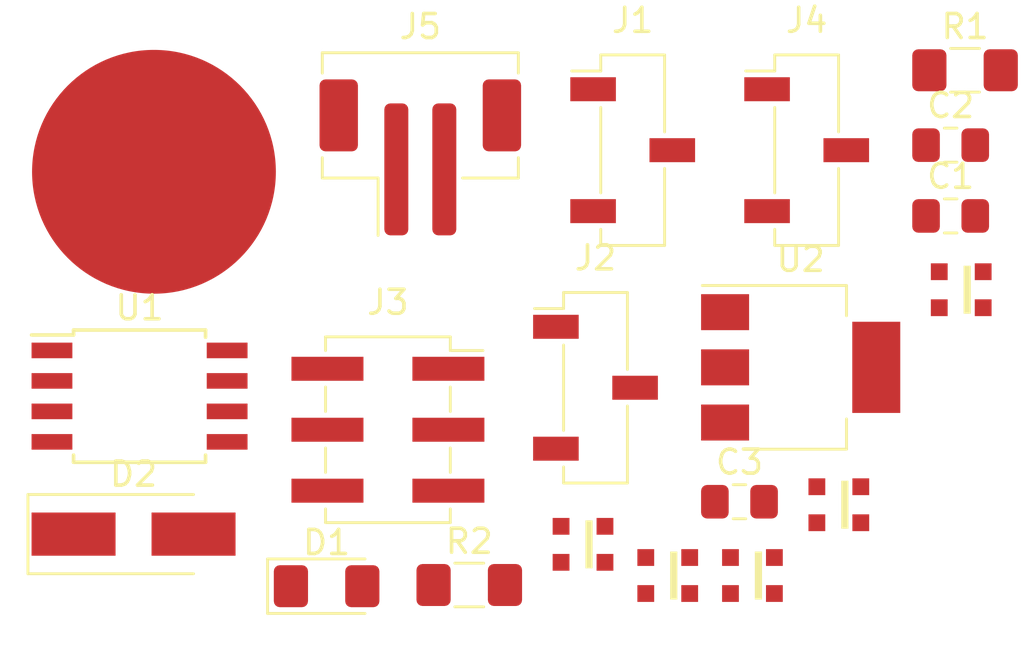
<source format=kicad_pcb>
(kicad_pcb (version 20171130) (host pcbnew 5.1.2-f72e74a~84~ubuntu18.04.1)

  (general
    (thickness 1.6)
    (drawings 0)
    (tracks 0)
    (zones 0)
    (modules 20)
    (nets 18)
  )

  (page A4)
  (layers
    (0 Top signal)
    (31 Bottom signal)
    (34 B.Paste user)
    (35 F.Paste user)
    (36 B.SilkS user)
    (37 F.SilkS user)
    (38 B.Mask user)
    (39 F.Mask user)
    (40 Dwgs.User user)
    (41 Cmts.User user)
    (42 Eco1.User user)
    (43 Eco2.User user)
    (44 Edge.Cuts user)
    (45 Margin user)
    (46 B.CrtYd user)
    (47 F.CrtYd user)
    (48 B.Fab user)
    (49 F.Fab user)
  )

  (setup
    (last_trace_width 0.1524)
    (trace_clearance 0.1524)
    (zone_clearance 0.508)
    (zone_45_only no)
    (trace_min 0.1524)
    (via_size 0.508)
    (via_drill 0.254)
    (via_min_size 0.508)
    (via_min_drill 0.254)
    (uvia_size 0.508)
    (uvia_drill 0.254)
    (uvias_allowed no)
    (uvia_min_size 0.2)
    (uvia_min_drill 0.1)
    (edge_width 0.15)
    (segment_width 0.2)
    (pcb_text_width 0.3)
    (pcb_text_size 1.5 1.5)
    (mod_edge_width 0.15)
    (mod_text_size 1 1)
    (mod_text_width 0.15)
    (pad_size 1.524 1.524)
    (pad_drill 0.762)
    (pad_to_mask_clearance 0.0508)
    (aux_axis_origin 0 0)
    (visible_elements FFFFFFFF)
    (pcbplotparams
      (layerselection 0x010fc_ffffffff)
      (usegerberextensions false)
      (usegerberattributes false)
      (usegerberadvancedattributes false)
      (creategerberjobfile false)
      (excludeedgelayer true)
      (linewidth 0.100000)
      (plotframeref false)
      (viasonmask false)
      (mode 1)
      (useauxorigin false)
      (hpglpennumber 1)
      (hpglpenspeed 20)
      (hpglpendiameter 15.000000)
      (psnegative false)
      (psa4output false)
      (plotreference true)
      (plotvalue true)
      (plotinvisibletext false)
      (padsonsilk false)
      (subtractmaskfromsilk false)
      (outputformat 1)
      (mirror false)
      (drillshape 1)
      (scaleselection 1)
      (outputdirectory ""))
  )

  (net 0 "")
  (net 1 +5V)
  (net 2 GND)
  (net 3 VCC)
  (net 4 MISO-1-PWM)
  (net 5 "Net-(D1-Pad2)")
  (net 6 VBAT)
  (net 7 3-A3)
  (net 8 SCK-2-A1)
  (net 9 MOSI-0-PWM)
  (net 10 RESET)
  (net 11 "Net-(J4-Pad2)")
  (net 12 "Net-(L1-Pad1)")
  (net 13 4-A2)
  (net 14 "Net-(L2-Pad1)")
  (net 15 "Net-(L3-Pad1)")
  (net 16 "Net-(L4-Pad1)")
  (net 17 "Net-(L5-Pad1)")

  (net_class Default "This is the default net class."
    (clearance 0.1524)
    (trace_width 0.1524)
    (via_dia 0.508)
    (via_drill 0.254)
    (uvia_dia 0.508)
    (uvia_drill 0.254)
    (diff_pair_width 0.1524)
    (diff_pair_gap 0.1524)
    (add_net +5V)
    (add_net 3-A3)
    (add_net 4-A2)
    (add_net GND)
    (add_net MISO-1-PWM)
    (add_net MOSI-0-PWM)
    (add_net "Net-(D1-Pad2)")
    (add_net "Net-(J4-Pad2)")
    (add_net "Net-(L1-Pad1)")
    (add_net "Net-(L2-Pad1)")
    (add_net "Net-(L3-Pad1)")
    (add_net "Net-(L4-Pad1)")
    (add_net "Net-(L5-Pad1)")
    (add_net RESET)
    (add_net SCK-2-A1)
    (add_net VBAT)
    (add_net VCC)
  )

  (module Capacitor_SMD:C_0805_2012Metric_Pad1.15x1.40mm_HandSolder (layer Top) (tedit 5B36C52B) (tstamp 5D285074)
    (at 272.445501 28.487501)
    (descr "Capacitor SMD 0805 (2012 Metric), square (rectangular) end terminal, IPC_7351 nominal with elongated pad for handsoldering. (Body size source: https://docs.google.com/spreadsheets/d/1BsfQQcO9C6DZCsRaXUlFlo91Tg2WpOkGARC1WS5S8t0/edit?usp=sharing), generated with kicad-footprint-generator")
    (tags "capacitor handsolder")
    (path /5D308BAA)
    (attr smd)
    (fp_text reference C1 (at 0 -1.65) (layer F.SilkS)
      (effects (font (size 1 1) (thickness 0.15)))
    )
    (fp_text value 22nF (at 0 1.65) (layer F.Fab)
      (effects (font (size 1 1) (thickness 0.15)))
    )
    (fp_line (start -1 0.6) (end -1 -0.6) (layer F.Fab) (width 0.1))
    (fp_line (start -1 -0.6) (end 1 -0.6) (layer F.Fab) (width 0.1))
    (fp_line (start 1 -0.6) (end 1 0.6) (layer F.Fab) (width 0.1))
    (fp_line (start 1 0.6) (end -1 0.6) (layer F.Fab) (width 0.1))
    (fp_line (start -0.261252 -0.71) (end 0.261252 -0.71) (layer F.SilkS) (width 0.12))
    (fp_line (start -0.261252 0.71) (end 0.261252 0.71) (layer F.SilkS) (width 0.12))
    (fp_line (start -1.85 0.95) (end -1.85 -0.95) (layer F.CrtYd) (width 0.05))
    (fp_line (start -1.85 -0.95) (end 1.85 -0.95) (layer F.CrtYd) (width 0.05))
    (fp_line (start 1.85 -0.95) (end 1.85 0.95) (layer F.CrtYd) (width 0.05))
    (fp_line (start 1.85 0.95) (end -1.85 0.95) (layer F.CrtYd) (width 0.05))
    (fp_text user %R (at 0 0) (layer F.Fab)
      (effects (font (size 0.5 0.5) (thickness 0.08)))
    )
    (pad 1 smd roundrect (at -1.025 0) (size 1.15 1.4) (layers Top F.Paste F.Mask) (roundrect_rratio 0.217391)
      (net 1 +5V))
    (pad 2 smd roundrect (at 1.025 0) (size 1.15 1.4) (layers Top F.Paste F.Mask) (roundrect_rratio 0.217391)
      (net 2 GND))
    (model ${KISYS3DMOD}/Capacitor_SMD.3dshapes/C_0805_2012Metric.wrl
      (at (xyz 0 0 0))
      (scale (xyz 1 1 1))
      (rotate (xyz 0 0 0))
    )
  )

  (module Capacitor_SMD:C_0805_2012Metric_Pad1.15x1.40mm_HandSolder (layer Top) (tedit 5B36C52B) (tstamp 5D285085)
    (at 272.445501 25.537501)
    (descr "Capacitor SMD 0805 (2012 Metric), square (rectangular) end terminal, IPC_7351 nominal with elongated pad for handsoldering. (Body size source: https://docs.google.com/spreadsheets/d/1BsfQQcO9C6DZCsRaXUlFlo91Tg2WpOkGARC1WS5S8t0/edit?usp=sharing), generated with kicad-footprint-generator")
    (tags "capacitor handsolder")
    (path /5D2AB738)
    (attr smd)
    (fp_text reference C2 (at 0 -1.65) (layer F.SilkS)
      (effects (font (size 1 1) (thickness 0.15)))
    )
    (fp_text value 4.7uF (at 0 1.65) (layer F.Fab)
      (effects (font (size 1 1) (thickness 0.15)))
    )
    (fp_text user %R (at 0 0) (layer F.Fab)
      (effects (font (size 0.5 0.5) (thickness 0.08)))
    )
    (fp_line (start 1.85 0.95) (end -1.85 0.95) (layer F.CrtYd) (width 0.05))
    (fp_line (start 1.85 -0.95) (end 1.85 0.95) (layer F.CrtYd) (width 0.05))
    (fp_line (start -1.85 -0.95) (end 1.85 -0.95) (layer F.CrtYd) (width 0.05))
    (fp_line (start -1.85 0.95) (end -1.85 -0.95) (layer F.CrtYd) (width 0.05))
    (fp_line (start -0.261252 0.71) (end 0.261252 0.71) (layer F.SilkS) (width 0.12))
    (fp_line (start -0.261252 -0.71) (end 0.261252 -0.71) (layer F.SilkS) (width 0.12))
    (fp_line (start 1 0.6) (end -1 0.6) (layer F.Fab) (width 0.1))
    (fp_line (start 1 -0.6) (end 1 0.6) (layer F.Fab) (width 0.1))
    (fp_line (start -1 -0.6) (end 1 -0.6) (layer F.Fab) (width 0.1))
    (fp_line (start -1 0.6) (end -1 -0.6) (layer F.Fab) (width 0.1))
    (pad 2 smd roundrect (at 1.025 0) (size 1.15 1.4) (layers Top F.Paste F.Mask) (roundrect_rratio 0.217391)
      (net 2 GND))
    (pad 1 smd roundrect (at -1.025 0) (size 1.15 1.4) (layers Top F.Paste F.Mask) (roundrect_rratio 0.217391)
      (net 3 VCC))
    (model ${KISYS3DMOD}/Capacitor_SMD.3dshapes/C_0805_2012Metric.wrl
      (at (xyz 0 0 0))
      (scale (xyz 1 1 1))
      (rotate (xyz 0 0 0))
    )
  )

  (module Capacitor_SMD:C_0805_2012Metric_Pad1.15x1.40mm_HandSolder (layer Top) (tedit 5B36C52B) (tstamp 5D285096)
    (at 263.645501 40.397501)
    (descr "Capacitor SMD 0805 (2012 Metric), square (rectangular) end terminal, IPC_7351 nominal with elongated pad for handsoldering. (Body size source: https://docs.google.com/spreadsheets/d/1BsfQQcO9C6DZCsRaXUlFlo91Tg2WpOkGARC1WS5S8t0/edit?usp=sharing), generated with kicad-footprint-generator")
    (tags "capacitor handsolder")
    (path /5D2B7D8B)
    (attr smd)
    (fp_text reference C3 (at 0 -1.65) (layer F.SilkS)
      (effects (font (size 1 1) (thickness 0.15)))
    )
    (fp_text value 4.7uF (at 0 1.65) (layer F.Fab)
      (effects (font (size 1 1) (thickness 0.15)))
    )
    (fp_line (start -1 0.6) (end -1 -0.6) (layer F.Fab) (width 0.1))
    (fp_line (start -1 -0.6) (end 1 -0.6) (layer F.Fab) (width 0.1))
    (fp_line (start 1 -0.6) (end 1 0.6) (layer F.Fab) (width 0.1))
    (fp_line (start 1 0.6) (end -1 0.6) (layer F.Fab) (width 0.1))
    (fp_line (start -0.261252 -0.71) (end 0.261252 -0.71) (layer F.SilkS) (width 0.12))
    (fp_line (start -0.261252 0.71) (end 0.261252 0.71) (layer F.SilkS) (width 0.12))
    (fp_line (start -1.85 0.95) (end -1.85 -0.95) (layer F.CrtYd) (width 0.05))
    (fp_line (start -1.85 -0.95) (end 1.85 -0.95) (layer F.CrtYd) (width 0.05))
    (fp_line (start 1.85 -0.95) (end 1.85 0.95) (layer F.CrtYd) (width 0.05))
    (fp_line (start 1.85 0.95) (end -1.85 0.95) (layer F.CrtYd) (width 0.05))
    (fp_text user %R (at 0 0) (layer F.Fab)
      (effects (font (size 0.5 0.5) (thickness 0.08)))
    )
    (pad 1 smd roundrect (at -1.025 0) (size 1.15 1.4) (layers Top F.Paste F.Mask) (roundrect_rratio 0.217391)
      (net 1 +5V))
    (pad 2 smd roundrect (at 1.025 0) (size 1.15 1.4) (layers Top F.Paste F.Mask) (roundrect_rratio 0.217391)
      (net 2 GND))
    (model ${KISYS3DMOD}/Capacitor_SMD.3dshapes/C_0805_2012Metric.wrl
      (at (xyz 0 0 0))
      (scale (xyz 1 1 1))
      (rotate (xyz 0 0 0))
    )
  )

  (module SMD:CAPSENSE-CIRCLE2-D10MM (layer Top) (tedit 5A88CBF2) (tstamp 5D28509D)
    (at 239.246135 26.648135)
    (path /5A895C76)
    (fp_text reference CAP1 (at 0 0) (layer F.Fab)
      (effects (font (size 2.032 2.032) (thickness 0.254)))
    )
    (fp_text value CAPSENSE_CIRCLE (at 0.025 7.325) (layer F.Fab) hide
      (effects (font (size 1 1) (thickness 0.15)))
    )
    (fp_circle (center 0 0) (end 4 3.5) (layer F.Fab) (width 0.0508))
    (fp_circle (center 0 0) (end 3.25 4.25) (layer F.CrtYd) (width 0.0508))
    (pad 1 smd circle (at 0 0) (size 10.16 10.16) (layers Top)
      (net 4 MISO-1-PWM) (clearance 0.508))
  )

  (module LED_SMD:LED_1206_3216Metric_Pad1.42x1.75mm_HandSolder (layer Top) (tedit 5B4B45C9) (tstamp 5D2850B0)
    (at 246.440501 43.917501)
    (descr "LED SMD 1206 (3216 Metric), square (rectangular) end terminal, IPC_7351 nominal, (Body size source: http://www.tortai-tech.com/upload/download/2011102023233369053.pdf), generated with kicad-footprint-generator")
    (tags "LED handsolder")
    (path /597EC09A)
    (attr smd)
    (fp_text reference D1 (at 0 -1.82) (layer F.SilkS)
      (effects (font (size 1 1) (thickness 0.15)))
    )
    (fp_text value ON (at 0 1.82) (layer F.Fab)
      (effects (font (size 1 1) (thickness 0.15)))
    )
    (fp_line (start 1.6 -0.8) (end -1.2 -0.8) (layer F.Fab) (width 0.1))
    (fp_line (start -1.2 -0.8) (end -1.6 -0.4) (layer F.Fab) (width 0.1))
    (fp_line (start -1.6 -0.4) (end -1.6 0.8) (layer F.Fab) (width 0.1))
    (fp_line (start -1.6 0.8) (end 1.6 0.8) (layer F.Fab) (width 0.1))
    (fp_line (start 1.6 0.8) (end 1.6 -0.8) (layer F.Fab) (width 0.1))
    (fp_line (start 1.6 -1.135) (end -2.46 -1.135) (layer F.SilkS) (width 0.12))
    (fp_line (start -2.46 -1.135) (end -2.46 1.135) (layer F.SilkS) (width 0.12))
    (fp_line (start -2.46 1.135) (end 1.6 1.135) (layer F.SilkS) (width 0.12))
    (fp_line (start -2.45 1.12) (end -2.45 -1.12) (layer F.CrtYd) (width 0.05))
    (fp_line (start -2.45 -1.12) (end 2.45 -1.12) (layer F.CrtYd) (width 0.05))
    (fp_line (start 2.45 -1.12) (end 2.45 1.12) (layer F.CrtYd) (width 0.05))
    (fp_line (start 2.45 1.12) (end -2.45 1.12) (layer F.CrtYd) (width 0.05))
    (fp_text user %R (at 0 0) (layer F.Fab)
      (effects (font (size 0.8 0.8) (thickness 0.12)))
    )
    (pad 1 smd roundrect (at -1.4875 0) (size 1.425 1.75) (layers Top F.Paste F.Mask) (roundrect_rratio 0.175439)
      (net 2 GND))
    (pad 2 smd roundrect (at 1.4875 0) (size 1.425 1.75) (layers Top F.Paste F.Mask) (roundrect_rratio 0.175439)
      (net 5 "Net-(D1-Pad2)"))
    (model ${KISYS3DMOD}/LED_SMD.3dshapes/LED_1206_3216Metric.wrl
      (at (xyz 0 0 0))
      (scale (xyz 1 1 1))
      (rotate (xyz 0 0 0))
    )
  )

  (module Diode_SMD:D_SMA_Handsoldering (layer Top) (tedit 58643398) (tstamp 5D2850C8)
    (at 238.395501 41.747501)
    (descr "Diode SMA (DO-214AC) Handsoldering")
    (tags "Diode SMA (DO-214AC) Handsoldering")
    (path /598120B7)
    (attr smd)
    (fp_text reference D2 (at 0 -2.5) (layer F.SilkS)
      (effects (font (size 1 1) (thickness 0.15)))
    )
    (fp_text value MBRA140 (at 0 2.6) (layer F.Fab)
      (effects (font (size 1 1) (thickness 0.15)))
    )
    (fp_text user %R (at 0 -2.5) (layer F.Fab)
      (effects (font (size 1 1) (thickness 0.15)))
    )
    (fp_line (start -4.4 -1.65) (end -4.4 1.65) (layer F.SilkS) (width 0.12))
    (fp_line (start 2.3 1.5) (end -2.3 1.5) (layer F.Fab) (width 0.1))
    (fp_line (start -2.3 1.5) (end -2.3 -1.5) (layer F.Fab) (width 0.1))
    (fp_line (start 2.3 -1.5) (end 2.3 1.5) (layer F.Fab) (width 0.1))
    (fp_line (start 2.3 -1.5) (end -2.3 -1.5) (layer F.Fab) (width 0.1))
    (fp_line (start -4.5 -1.75) (end 4.5 -1.75) (layer F.CrtYd) (width 0.05))
    (fp_line (start 4.5 -1.75) (end 4.5 1.75) (layer F.CrtYd) (width 0.05))
    (fp_line (start 4.5 1.75) (end -4.5 1.75) (layer F.CrtYd) (width 0.05))
    (fp_line (start -4.5 1.75) (end -4.5 -1.75) (layer F.CrtYd) (width 0.05))
    (fp_line (start -0.64944 0.00102) (end -1.55114 0.00102) (layer F.Fab) (width 0.1))
    (fp_line (start 0.50118 0.00102) (end 1.4994 0.00102) (layer F.Fab) (width 0.1))
    (fp_line (start -0.64944 -0.79908) (end -0.64944 0.80112) (layer F.Fab) (width 0.1))
    (fp_line (start 0.50118 0.75032) (end 0.50118 -0.79908) (layer F.Fab) (width 0.1))
    (fp_line (start -0.64944 0.00102) (end 0.50118 0.75032) (layer F.Fab) (width 0.1))
    (fp_line (start -0.64944 0.00102) (end 0.50118 -0.79908) (layer F.Fab) (width 0.1))
    (fp_line (start -4.4 1.65) (end 2.5 1.65) (layer F.SilkS) (width 0.12))
    (fp_line (start -4.4 -1.65) (end 2.5 -1.65) (layer F.SilkS) (width 0.12))
    (pad 1 smd rect (at -2.5 0) (size 3.5 1.8) (layers Top F.Paste F.Mask)
      (net 3 VCC))
    (pad 2 smd rect (at 2.5 0) (size 3.5 1.8) (layers Top F.Paste F.Mask)
      (net 6 VBAT))
    (model ${KISYS3DMOD}/Diode_SMD.3dshapes/D_SMA.wrl
      (at (xyz 0 0 0))
      (scale (xyz 1 1 1))
      (rotate (xyz 0 0 0))
    )
  )

  (module Connector_PinSocket_2.54mm:PinSocket_1x03_P2.54mm_Vertical_SMD_Pin1Left (layer Top) (tedit 5A19A42C) (tstamp 5D2850EA)
    (at 259.195501 25.747501)
    (descr "surface-mounted straight socket strip, 1x03, 2.54mm pitch, single row, style 1 (pin 1 left) (https://cdn.harwin.com/pdfs/M20-786.pdf), script generated")
    (tags "Surface mounted socket strip SMD 1x03 2.54mm single row style1 pin1 left")
    (path /5A88EF7D)
    (attr smd)
    (fp_text reference J1 (at 0 -5.41) (layer F.SilkS)
      (effects (font (size 1 1) (thickness 0.15)))
    )
    (fp_text value CONN_01X03 (at 0 5.41) (layer F.Fab)
      (effects (font (size 1 1) (thickness 0.15)))
    )
    (fp_line (start -1.33 -3.97) (end 1.33 -3.97) (layer F.SilkS) (width 0.12))
    (fp_line (start 1.33 -3.97) (end 1.33 -0.76) (layer F.SilkS) (width 0.12))
    (fp_line (start 1.33 0.76) (end 1.33 3.97) (layer F.SilkS) (width 0.12))
    (fp_line (start -1.33 3.97) (end 1.33 3.97) (layer F.SilkS) (width 0.12))
    (fp_line (start -1.33 -3.97) (end -1.33 -3.3) (layer F.SilkS) (width 0.12))
    (fp_line (start -1.33 -1.78) (end -1.33 1.78) (layer F.SilkS) (width 0.12))
    (fp_line (start -1.33 3.3) (end -1.33 3.97) (layer F.SilkS) (width 0.12))
    (fp_line (start -2.54 -3.3) (end -1.33 -3.3) (layer F.SilkS) (width 0.12))
    (fp_line (start -0.635 -3.91) (end 1.27 -3.91) (layer F.Fab) (width 0.1))
    (fp_line (start 1.27 -3.91) (end 1.27 3.91) (layer F.Fab) (width 0.1))
    (fp_line (start 1.27 3.91) (end -1.27 3.91) (layer F.Fab) (width 0.1))
    (fp_line (start -1.27 3.91) (end -1.27 -3.275) (layer F.Fab) (width 0.1))
    (fp_line (start -1.27 -3.275) (end -0.635 -3.91) (layer F.Fab) (width 0.1))
    (fp_line (start -2.27 -2.84) (end -1.27 -2.84) (layer F.Fab) (width 0.1))
    (fp_line (start -1.27 -2.24) (end -2.27 -2.24) (layer F.Fab) (width 0.1))
    (fp_line (start -2.27 -2.24) (end -2.27 -2.84) (layer F.Fab) (width 0.1))
    (fp_line (start 1.27 -0.3) (end 2.27 -0.3) (layer F.Fab) (width 0.1))
    (fp_line (start 2.27 -0.3) (end 2.27 0.3) (layer F.Fab) (width 0.1))
    (fp_line (start 2.27 0.3) (end 1.27 0.3) (layer F.Fab) (width 0.1))
    (fp_line (start -2.27 2.24) (end -1.27 2.24) (layer F.Fab) (width 0.1))
    (fp_line (start -1.27 2.84) (end -2.27 2.84) (layer F.Fab) (width 0.1))
    (fp_line (start -2.27 2.84) (end -2.27 2.24) (layer F.Fab) (width 0.1))
    (fp_line (start -3.1 -4.45) (end 3.1 -4.45) (layer F.CrtYd) (width 0.05))
    (fp_line (start 3.1 -4.45) (end 3.1 4.4) (layer F.CrtYd) (width 0.05))
    (fp_line (start 3.1 4.4) (end -3.1 4.4) (layer F.CrtYd) (width 0.05))
    (fp_line (start -3.1 4.4) (end -3.1 -4.45) (layer F.CrtYd) (width 0.05))
    (fp_text user %R (at 0 0 90) (layer F.Fab)
      (effects (font (size 1 1) (thickness 0.15)))
    )
    (pad 1 smd rect (at -1.65 -2.54) (size 1.9 1) (layers Top F.Paste F.Mask)
      (net 1 +5V))
    (pad 3 smd rect (at -1.65 2.54) (size 1.9 1) (layers Top F.Paste F.Mask)
      (net 7 3-A3))
    (pad 2 smd rect (at 1.65 0) (size 1.9 1) (layers Top F.Paste F.Mask)
      (net 2 GND))
    (model ${KISYS3DMOD}/Connector_PinSocket_2.54mm.3dshapes/PinSocket_1x03_P2.54mm_Vertical_SMD_Pin1Left.wrl
      (at (xyz 0 0 0))
      (scale (xyz 1 1 1))
      (rotate (xyz 0 0 0))
    )
  )

  (module Connector_PinSocket_2.54mm:PinSocket_1x03_P2.54mm_Vertical_SMD_Pin1Left (layer Top) (tedit 5A19A42C) (tstamp 5D28510C)
    (at 257.645501 35.647501)
    (descr "surface-mounted straight socket strip, 1x03, 2.54mm pitch, single row, style 1 (pin 1 left) (https://cdn.harwin.com/pdfs/M20-786.pdf), script generated")
    (tags "Surface mounted socket strip SMD 1x03 2.54mm single row style1 pin1 left")
    (path /5A88F449)
    (attr smd)
    (fp_text reference J2 (at 0 -5.41) (layer F.SilkS)
      (effects (font (size 1 1) (thickness 0.15)))
    )
    (fp_text value CONN_01X03 (at 0 5.41) (layer F.Fab)
      (effects (font (size 1 1) (thickness 0.15)))
    )
    (fp_text user %R (at 0 0 90) (layer F.Fab)
      (effects (font (size 1 1) (thickness 0.15)))
    )
    (fp_line (start -3.1 4.4) (end -3.1 -4.45) (layer F.CrtYd) (width 0.05))
    (fp_line (start 3.1 4.4) (end -3.1 4.4) (layer F.CrtYd) (width 0.05))
    (fp_line (start 3.1 -4.45) (end 3.1 4.4) (layer F.CrtYd) (width 0.05))
    (fp_line (start -3.1 -4.45) (end 3.1 -4.45) (layer F.CrtYd) (width 0.05))
    (fp_line (start -2.27 2.84) (end -2.27 2.24) (layer F.Fab) (width 0.1))
    (fp_line (start -1.27 2.84) (end -2.27 2.84) (layer F.Fab) (width 0.1))
    (fp_line (start -2.27 2.24) (end -1.27 2.24) (layer F.Fab) (width 0.1))
    (fp_line (start 2.27 0.3) (end 1.27 0.3) (layer F.Fab) (width 0.1))
    (fp_line (start 2.27 -0.3) (end 2.27 0.3) (layer F.Fab) (width 0.1))
    (fp_line (start 1.27 -0.3) (end 2.27 -0.3) (layer F.Fab) (width 0.1))
    (fp_line (start -2.27 -2.24) (end -2.27 -2.84) (layer F.Fab) (width 0.1))
    (fp_line (start -1.27 -2.24) (end -2.27 -2.24) (layer F.Fab) (width 0.1))
    (fp_line (start -2.27 -2.84) (end -1.27 -2.84) (layer F.Fab) (width 0.1))
    (fp_line (start -1.27 -3.275) (end -0.635 -3.91) (layer F.Fab) (width 0.1))
    (fp_line (start -1.27 3.91) (end -1.27 -3.275) (layer F.Fab) (width 0.1))
    (fp_line (start 1.27 3.91) (end -1.27 3.91) (layer F.Fab) (width 0.1))
    (fp_line (start 1.27 -3.91) (end 1.27 3.91) (layer F.Fab) (width 0.1))
    (fp_line (start -0.635 -3.91) (end 1.27 -3.91) (layer F.Fab) (width 0.1))
    (fp_line (start -2.54 -3.3) (end -1.33 -3.3) (layer F.SilkS) (width 0.12))
    (fp_line (start -1.33 3.3) (end -1.33 3.97) (layer F.SilkS) (width 0.12))
    (fp_line (start -1.33 -1.78) (end -1.33 1.78) (layer F.SilkS) (width 0.12))
    (fp_line (start -1.33 -3.97) (end -1.33 -3.3) (layer F.SilkS) (width 0.12))
    (fp_line (start -1.33 3.97) (end 1.33 3.97) (layer F.SilkS) (width 0.12))
    (fp_line (start 1.33 0.76) (end 1.33 3.97) (layer F.SilkS) (width 0.12))
    (fp_line (start 1.33 -3.97) (end 1.33 -0.76) (layer F.SilkS) (width 0.12))
    (fp_line (start -1.33 -3.97) (end 1.33 -3.97) (layer F.SilkS) (width 0.12))
    (pad 2 smd rect (at 1.65 0) (size 1.9 1) (layers Top F.Paste F.Mask)
      (net 2 GND))
    (pad 3 smd rect (at -1.65 2.54) (size 1.9 1) (layers Top F.Paste F.Mask)
      (net 8 SCK-2-A1))
    (pad 1 smd rect (at -1.65 -2.54) (size 1.9 1) (layers Top F.Paste F.Mask)
      (net 1 +5V))
    (model ${KISYS3DMOD}/Connector_PinSocket_2.54mm.3dshapes/PinSocket_1x03_P2.54mm_Vertical_SMD_Pin1Left.wrl
      (at (xyz 0 0 0))
      (scale (xyz 1 1 1))
      (rotate (xyz 0 0 0))
    )
  )

  (module Connector_PinSocket_2.54mm:PinSocket_2x03_P2.54mm_Vertical_SMD (layer Top) (tedit 5A19A41D) (tstamp 5D28513D)
    (at 248.995501 37.397501)
    (descr "surface-mounted straight socket strip, 2x03, 2.54mm pitch, double cols (from Kicad 4.0.7), script generated")
    (tags "Surface mounted socket strip SMD 2x03 2.54mm double row")
    (path /5A89332C)
    (attr smd)
    (fp_text reference J3 (at 0 -5.31) (layer F.SilkS)
      (effects (font (size 1 1) (thickness 0.15)))
    )
    (fp_text value CONN_02X03 (at 0 5.31) (layer F.Fab)
      (effects (font (size 1 1) (thickness 0.15)))
    )
    (fp_line (start -2.6 -3.87) (end 2.6 -3.87) (layer F.SilkS) (width 0.12))
    (fp_line (start 2.6 -3.87) (end 2.6 -3.3) (layer F.SilkS) (width 0.12))
    (fp_line (start 2.6 -1.78) (end 2.6 -0.76) (layer F.SilkS) (width 0.12))
    (fp_line (start 2.6 0.76) (end 2.6 1.78) (layer F.SilkS) (width 0.12))
    (fp_line (start 2.6 3.3) (end 2.6 3.87) (layer F.SilkS) (width 0.12))
    (fp_line (start -2.6 3.87) (end 2.6 3.87) (layer F.SilkS) (width 0.12))
    (fp_line (start -2.6 -3.87) (end -2.6 -3.3) (layer F.SilkS) (width 0.12))
    (fp_line (start -2.6 -1.78) (end -2.6 -0.76) (layer F.SilkS) (width 0.12))
    (fp_line (start -2.6 0.76) (end -2.6 1.78) (layer F.SilkS) (width 0.12))
    (fp_line (start -2.6 3.3) (end -2.6 3.87) (layer F.SilkS) (width 0.12))
    (fp_line (start 2.6 -3.3) (end 3.96 -3.3) (layer F.SilkS) (width 0.12))
    (fp_line (start -2.54 -3.81) (end 1.54 -3.81) (layer F.Fab) (width 0.1))
    (fp_line (start 1.54 -3.81) (end 2.54 -2.81) (layer F.Fab) (width 0.1))
    (fp_line (start 2.54 -2.81) (end 2.54 3.81) (layer F.Fab) (width 0.1))
    (fp_line (start 2.54 3.81) (end -2.54 3.81) (layer F.Fab) (width 0.1))
    (fp_line (start -2.54 3.81) (end -2.54 -3.81) (layer F.Fab) (width 0.1))
    (fp_line (start -3.92 -2.86) (end -2.54 -2.86) (layer F.Fab) (width 0.1))
    (fp_line (start -2.54 -2.22) (end -3.92 -2.22) (layer F.Fab) (width 0.1))
    (fp_line (start -3.92 -2.22) (end -3.92 -2.86) (layer F.Fab) (width 0.1))
    (fp_line (start 2.54 -2.86) (end 3.92 -2.86) (layer F.Fab) (width 0.1))
    (fp_line (start 3.92 -2.86) (end 3.92 -2.22) (layer F.Fab) (width 0.1))
    (fp_line (start 3.92 -2.22) (end 2.54 -2.22) (layer F.Fab) (width 0.1))
    (fp_line (start -3.92 -0.32) (end -2.54 -0.32) (layer F.Fab) (width 0.1))
    (fp_line (start -2.54 0.32) (end -3.92 0.32) (layer F.Fab) (width 0.1))
    (fp_line (start -3.92 0.32) (end -3.92 -0.32) (layer F.Fab) (width 0.1))
    (fp_line (start 2.54 -0.32) (end 3.92 -0.32) (layer F.Fab) (width 0.1))
    (fp_line (start 3.92 -0.32) (end 3.92 0.32) (layer F.Fab) (width 0.1))
    (fp_line (start 3.92 0.32) (end 2.54 0.32) (layer F.Fab) (width 0.1))
    (fp_line (start -3.92 2.22) (end -2.54 2.22) (layer F.Fab) (width 0.1))
    (fp_line (start -2.54 2.86) (end -3.92 2.86) (layer F.Fab) (width 0.1))
    (fp_line (start -3.92 2.86) (end -3.92 2.22) (layer F.Fab) (width 0.1))
    (fp_line (start 2.54 2.22) (end 3.92 2.22) (layer F.Fab) (width 0.1))
    (fp_line (start 3.92 2.22) (end 3.92 2.86) (layer F.Fab) (width 0.1))
    (fp_line (start 3.92 2.86) (end 2.54 2.86) (layer F.Fab) (width 0.1))
    (fp_line (start -4.55 -4.35) (end 4.5 -4.35) (layer F.CrtYd) (width 0.05))
    (fp_line (start 4.5 -4.35) (end 4.5 4.3) (layer F.CrtYd) (width 0.05))
    (fp_line (start 4.5 4.3) (end -4.55 4.3) (layer F.CrtYd) (width 0.05))
    (fp_line (start -4.55 4.3) (end -4.55 -4.35) (layer F.CrtYd) (width 0.05))
    (fp_text user %R (at 0 0 90) (layer F.Fab)
      (effects (font (size 1 1) (thickness 0.15)))
    )
    (pad 1 smd rect (at 2.52 -2.54) (size 3 1) (layers Top F.Paste F.Mask)
      (net 4 MISO-1-PWM))
    (pad 2 smd rect (at -2.52 -2.54) (size 3 1) (layers Top F.Paste F.Mask)
      (net 1 +5V))
    (pad 3 smd rect (at 2.52 0) (size 3 1) (layers Top F.Paste F.Mask)
      (net 8 SCK-2-A1))
    (pad 4 smd rect (at -2.52 0) (size 3 1) (layers Top F.Paste F.Mask)
      (net 9 MOSI-0-PWM))
    (pad 5 smd rect (at 2.52 2.54) (size 3 1) (layers Top F.Paste F.Mask)
      (net 10 RESET))
    (pad 6 smd rect (at -2.52 2.54) (size 3 1) (layers Top F.Paste F.Mask)
      (net 2 GND))
    (model ${KISYS3DMOD}/Connector_PinSocket_2.54mm.3dshapes/PinSocket_2x03_P2.54mm_Vertical_SMD.wrl
      (at (xyz 0 0 0))
      (scale (xyz 1 1 1))
      (rotate (xyz 0 0 0))
    )
  )

  (module Connector_PinSocket_2.54mm:PinSocket_1x03_P2.54mm_Vertical_SMD_Pin1Left (layer Top) (tedit 5A19A42C) (tstamp 5D28515F)
    (at 266.445501 25.747501)
    (descr "surface-mounted straight socket strip, 1x03, 2.54mm pitch, single row, style 1 (pin 1 left) (https://cdn.harwin.com/pdfs/M20-786.pdf), script generated")
    (tags "Surface mounted socket strip SMD 1x03 2.54mm single row style1 pin1 left")
    (path /5D45567F)
    (attr smd)
    (fp_text reference J4 (at 0 -5.41) (layer F.SilkS)
      (effects (font (size 1 1) (thickness 0.15)))
    )
    (fp_text value CONN_01X03 (at 0 5.41) (layer F.Fab)
      (effects (font (size 1 1) (thickness 0.15)))
    )
    (fp_line (start -1.33 -3.97) (end 1.33 -3.97) (layer F.SilkS) (width 0.12))
    (fp_line (start 1.33 -3.97) (end 1.33 -0.76) (layer F.SilkS) (width 0.12))
    (fp_line (start 1.33 0.76) (end 1.33 3.97) (layer F.SilkS) (width 0.12))
    (fp_line (start -1.33 3.97) (end 1.33 3.97) (layer F.SilkS) (width 0.12))
    (fp_line (start -1.33 -3.97) (end -1.33 -3.3) (layer F.SilkS) (width 0.12))
    (fp_line (start -1.33 -1.78) (end -1.33 1.78) (layer F.SilkS) (width 0.12))
    (fp_line (start -1.33 3.3) (end -1.33 3.97) (layer F.SilkS) (width 0.12))
    (fp_line (start -2.54 -3.3) (end -1.33 -3.3) (layer F.SilkS) (width 0.12))
    (fp_line (start -0.635 -3.91) (end 1.27 -3.91) (layer F.Fab) (width 0.1))
    (fp_line (start 1.27 -3.91) (end 1.27 3.91) (layer F.Fab) (width 0.1))
    (fp_line (start 1.27 3.91) (end -1.27 3.91) (layer F.Fab) (width 0.1))
    (fp_line (start -1.27 3.91) (end -1.27 -3.275) (layer F.Fab) (width 0.1))
    (fp_line (start -1.27 -3.275) (end -0.635 -3.91) (layer F.Fab) (width 0.1))
    (fp_line (start -2.27 -2.84) (end -1.27 -2.84) (layer F.Fab) (width 0.1))
    (fp_line (start -1.27 -2.24) (end -2.27 -2.24) (layer F.Fab) (width 0.1))
    (fp_line (start -2.27 -2.24) (end -2.27 -2.84) (layer F.Fab) (width 0.1))
    (fp_line (start 1.27 -0.3) (end 2.27 -0.3) (layer F.Fab) (width 0.1))
    (fp_line (start 2.27 -0.3) (end 2.27 0.3) (layer F.Fab) (width 0.1))
    (fp_line (start 2.27 0.3) (end 1.27 0.3) (layer F.Fab) (width 0.1))
    (fp_line (start -2.27 2.24) (end -1.27 2.24) (layer F.Fab) (width 0.1))
    (fp_line (start -1.27 2.84) (end -2.27 2.84) (layer F.Fab) (width 0.1))
    (fp_line (start -2.27 2.84) (end -2.27 2.24) (layer F.Fab) (width 0.1))
    (fp_line (start -3.1 -4.45) (end 3.1 -4.45) (layer F.CrtYd) (width 0.05))
    (fp_line (start 3.1 -4.45) (end 3.1 4.4) (layer F.CrtYd) (width 0.05))
    (fp_line (start 3.1 4.4) (end -3.1 4.4) (layer F.CrtYd) (width 0.05))
    (fp_line (start -3.1 4.4) (end -3.1 -4.45) (layer F.CrtYd) (width 0.05))
    (fp_text user %R (at 0 0 90) (layer F.Fab)
      (effects (font (size 1 1) (thickness 0.15)))
    )
    (pad 1 smd rect (at -1.65 -2.54) (size 1.9 1) (layers Top F.Paste F.Mask)
      (net 3 VCC))
    (pad 3 smd rect (at -1.65 2.54) (size 1.9 1) (layers Top F.Paste F.Mask)
      (net 2 GND))
    (pad 2 smd rect (at 1.65 0) (size 1.9 1) (layers Top F.Paste F.Mask)
      (net 11 "Net-(J4-Pad2)"))
    (model ${KISYS3DMOD}/Connector_PinSocket_2.54mm.3dshapes/PinSocket_1x03_P2.54mm_Vertical_SMD_Pin1Left.wrl
      (at (xyz 0 0 0))
      (scale (xyz 1 1 1))
      (rotate (xyz 0 0 0))
    )
  )

  (module Connector_JST:JST_PH_B2B-PH-SM4-TB_1x02-1MP_P2.00mm_Vertical (layer Top) (tedit 5B78AD87) (tstamp 5D285182)
    (at 250.345501 26.047501)
    (descr "JST PH series connector, B2B-PH-SM4-TB (http://www.jst-mfg.com/product/pdf/eng/ePH.pdf), generated with kicad-footprint-generator")
    (tags "connector JST PH side entry")
    (path /5961A222)
    (attr smd)
    (fp_text reference J5 (at 0 -5.45) (layer F.SilkS)
      (effects (font (size 1 1) (thickness 0.15)))
    )
    (fp_text value CONN_01X02 (at 0 4.45) (layer F.Fab)
      (effects (font (size 1 1) (thickness 0.15)))
    )
    (fp_line (start -3.975 0.75) (end 3.975 0.75) (layer F.Fab) (width 0.1))
    (fp_line (start -4.085 0.01) (end -4.085 0.86) (layer F.SilkS) (width 0.12))
    (fp_line (start -4.085 0.86) (end -1.76 0.86) (layer F.SilkS) (width 0.12))
    (fp_line (start -1.76 0.86) (end -1.76 3.25) (layer F.SilkS) (width 0.12))
    (fp_line (start 4.085 0.01) (end 4.085 0.86) (layer F.SilkS) (width 0.12))
    (fp_line (start 4.085 0.86) (end 1.76 0.86) (layer F.SilkS) (width 0.12))
    (fp_line (start -4.085 -3.51) (end -4.085 -4.36) (layer F.SilkS) (width 0.12))
    (fp_line (start -4.085 -4.36) (end 4.085 -4.36) (layer F.SilkS) (width 0.12))
    (fp_line (start 4.085 -4.36) (end 4.085 -3.51) (layer F.SilkS) (width 0.12))
    (fp_line (start -3.975 -4.25) (end 3.975 -4.25) (layer F.Fab) (width 0.1))
    (fp_line (start -3.975 0.75) (end -3.975 -4.25) (layer F.Fab) (width 0.1))
    (fp_line (start 3.975 0.75) (end 3.975 -4.25) (layer F.Fab) (width 0.1))
    (fp_line (start -1.25 -2.75) (end -1.25 -2.25) (layer F.Fab) (width 0.1))
    (fp_line (start -1.25 -2.25) (end -0.75 -2.25) (layer F.Fab) (width 0.1))
    (fp_line (start -0.75 -2.25) (end -0.75 -2.75) (layer F.Fab) (width 0.1))
    (fp_line (start -0.75 -2.75) (end -1.25 -2.75) (layer F.Fab) (width 0.1))
    (fp_line (start 0.75 -2.75) (end 0.75 -2.25) (layer F.Fab) (width 0.1))
    (fp_line (start 0.75 -2.25) (end 1.25 -2.25) (layer F.Fab) (width 0.1))
    (fp_line (start 1.25 -2.25) (end 1.25 -2.75) (layer F.Fab) (width 0.1))
    (fp_line (start 1.25 -2.75) (end 0.75 -2.75) (layer F.Fab) (width 0.1))
    (fp_line (start -4.7 -4.75) (end -4.7 3.75) (layer F.CrtYd) (width 0.05))
    (fp_line (start -4.7 3.75) (end 4.7 3.75) (layer F.CrtYd) (width 0.05))
    (fp_line (start 4.7 3.75) (end 4.7 -4.75) (layer F.CrtYd) (width 0.05))
    (fp_line (start 4.7 -4.75) (end -4.7 -4.75) (layer F.CrtYd) (width 0.05))
    (fp_line (start -1.5 0.75) (end -1 0.042893) (layer F.Fab) (width 0.1))
    (fp_line (start -1 0.042893) (end -0.5 0.75) (layer F.Fab) (width 0.1))
    (fp_text user %R (at 0 -1) (layer F.Fab)
      (effects (font (size 1 1) (thickness 0.15)))
    )
    (pad 1 smd roundrect (at -1 0.5) (size 1 5.5) (layers Top F.Paste F.Mask) (roundrect_rratio 0.25)
      (net 6 VBAT))
    (pad 2 smd roundrect (at 1 0.5) (size 1 5.5) (layers Top F.Paste F.Mask) (roundrect_rratio 0.25)
      (net 2 GND))
    (pad MP smd roundrect (at -3.4 -1.75) (size 1.6 3) (layers Top F.Paste F.Mask) (roundrect_rratio 0.15625))
    (pad MP smd roundrect (at 3.4 -1.75) (size 1.6 3) (layers Top F.Paste F.Mask) (roundrect_rratio 0.15625))
    (model ${KISYS3DMOD}/Connector_JST.3dshapes/JST_PH_B2B-PH-SM4-TB_1x02-1MP_P2.00mm_Vertical.wrl
      (at (xyz 0 0 0))
      (scale (xyz 1 1 1))
      (rotate (xyz 0 0 0))
    )
  )

  (module LED_SMD:WS2812_2020 (layer Top) (tedit 5D27D296) (tstamp 5D28518B)
    (at 257.1255 42.1725)
    (path /5D398833)
    (attr smd)
    (fp_text reference L1 (at 0 -2.54) (layer F.Fab) hide
      (effects (font (size 1.27 1.27) (thickness 0.15)))
    )
    (fp_text value WS2812B-2020 (at 0 2.921) (layer F.Fab) hide
      (effects (font (size 1.27 1.27) (thickness 0.15)))
    )
    (fp_poly (pts (xy 0.1 1) (xy 0.4 1) (xy 0.4 -1) (xy 0.1 -1)) (layer F.SilkS) (width 0))
    (pad 1 smd rect (at 0.915 0.75) (size 0.7 0.7) (layers Top F.Paste F.Mask)
      (net 12 "Net-(L1-Pad1)") (solder_mask_margin 0.1016))
    (pad 2 smd rect (at 0.915 -0.75) (size 0.7 0.7) (layers Top F.Paste F.Mask)
      (net 2 GND) (solder_mask_margin 0.1016))
    (pad 3 smd rect (at -0.915 -0.75) (size 0.7 0.7) (layers Top F.Paste F.Mask)
      (net 13 4-A2) (solder_mask_margin 0.1016))
    (pad 4 smd rect (at -0.915 0.75) (size 0.7 0.7) (layers Top F.Paste F.Mask)
      (net 1 +5V) (solder_mask_margin 0.1016))
  )

  (module LED_SMD:WS2812_2020 (layer Top) (tedit 5D27D296) (tstamp 5D285194)
    (at 272.8855 31.5625)
    (path /5D39AA5E)
    (attr smd)
    (fp_text reference L2 (at 0 -2.54) (layer F.Fab) hide
      (effects (font (size 1.27 1.27) (thickness 0.15)))
    )
    (fp_text value WS2812B-2020 (at 0 2.921) (layer F.Fab) hide
      (effects (font (size 1.27 1.27) (thickness 0.15)))
    )
    (fp_poly (pts (xy 0.1 1) (xy 0.4 1) (xy 0.4 -1) (xy 0.1 -1)) (layer F.SilkS) (width 0))
    (pad 4 smd rect (at -0.915 0.75) (size 0.7 0.7) (layers Top F.Paste F.Mask)
      (net 1 +5V) (solder_mask_margin 0.1016))
    (pad 3 smd rect (at -0.915 -0.75) (size 0.7 0.7) (layers Top F.Paste F.Mask)
      (net 12 "Net-(L1-Pad1)") (solder_mask_margin 0.1016))
    (pad 2 smd rect (at 0.915 -0.75) (size 0.7 0.7) (layers Top F.Paste F.Mask)
      (net 2 GND) (solder_mask_margin 0.1016))
    (pad 1 smd rect (at 0.915 0.75) (size 0.7 0.7) (layers Top F.Paste F.Mask)
      (net 14 "Net-(L2-Pad1)") (solder_mask_margin 0.1016))
  )

  (module LED_SMD:WS2812_2020 (layer Top) (tedit 5D27D296) (tstamp 5D28519D)
    (at 260.6555 43.4725)
    (path /5D39B39E)
    (attr smd)
    (fp_text reference L3 (at 0 -2.54) (layer F.Fab) hide
      (effects (font (size 1.27 1.27) (thickness 0.15)))
    )
    (fp_text value WS2812B-2020 (at 0 2.921) (layer F.Fab) hide
      (effects (font (size 1.27 1.27) (thickness 0.15)))
    )
    (fp_poly (pts (xy 0.1 1) (xy 0.4 1) (xy 0.4 -1) (xy 0.1 -1)) (layer F.SilkS) (width 0))
    (pad 4 smd rect (at -0.915 0.75) (size 0.7 0.7) (layers Top F.Paste F.Mask)
      (net 1 +5V) (solder_mask_margin 0.1016))
    (pad 3 smd rect (at -0.915 -0.75) (size 0.7 0.7) (layers Top F.Paste F.Mask)
      (net 14 "Net-(L2-Pad1)") (solder_mask_margin 0.1016))
    (pad 2 smd rect (at 0.915 -0.75) (size 0.7 0.7) (layers Top F.Paste F.Mask)
      (net 2 GND) (solder_mask_margin 0.1016))
    (pad 1 smd rect (at 0.915 0.75) (size 0.7 0.7) (layers Top F.Paste F.Mask)
      (net 15 "Net-(L3-Pad1)") (solder_mask_margin 0.1016))
  )

  (module LED_SMD:WS2812_2020 (layer Top) (tedit 5D27D296) (tstamp 5D2851A6)
    (at 267.7855 40.5225)
    (path /5D39BFA6)
    (attr smd)
    (fp_text reference L4 (at 0 -2.54) (layer F.Fab) hide
      (effects (font (size 1.27 1.27) (thickness 0.15)))
    )
    (fp_text value WS2812B-2020 (at 0 2.921) (layer F.Fab) hide
      (effects (font (size 1.27 1.27) (thickness 0.15)))
    )
    (fp_poly (pts (xy 0.1 1) (xy 0.4 1) (xy 0.4 -1) (xy 0.1 -1)) (layer F.SilkS) (width 0))
    (pad 1 smd rect (at 0.915 0.75) (size 0.7 0.7) (layers Top F.Paste F.Mask)
      (net 16 "Net-(L4-Pad1)") (solder_mask_margin 0.1016))
    (pad 2 smd rect (at 0.915 -0.75) (size 0.7 0.7) (layers Top F.Paste F.Mask)
      (net 2 GND) (solder_mask_margin 0.1016))
    (pad 3 smd rect (at -0.915 -0.75) (size 0.7 0.7) (layers Top F.Paste F.Mask)
      (net 15 "Net-(L3-Pad1)") (solder_mask_margin 0.1016))
    (pad 4 smd rect (at -0.915 0.75) (size 0.7 0.7) (layers Top F.Paste F.Mask)
      (net 1 +5V) (solder_mask_margin 0.1016))
  )

  (module LED_SMD:WS2812_2020 (layer Top) (tedit 5D27D296) (tstamp 5D2851AF)
    (at 264.1855 43.4725)
    (path /5D39CF4C)
    (attr smd)
    (fp_text reference L5 (at 0 -2.54) (layer F.Fab) hide
      (effects (font (size 1.27 1.27) (thickness 0.15)))
    )
    (fp_text value WS2812B-2020 (at 0 2.921) (layer F.Fab) hide
      (effects (font (size 1.27 1.27) (thickness 0.15)))
    )
    (fp_poly (pts (xy 0.1 1) (xy 0.4 1) (xy 0.4 -1) (xy 0.1 -1)) (layer F.SilkS) (width 0))
    (pad 4 smd rect (at -0.915 0.75) (size 0.7 0.7) (layers Top F.Paste F.Mask)
      (net 1 +5V) (solder_mask_margin 0.1016))
    (pad 3 smd rect (at -0.915 -0.75) (size 0.7 0.7) (layers Top F.Paste F.Mask)
      (net 16 "Net-(L4-Pad1)") (solder_mask_margin 0.1016))
    (pad 2 smd rect (at 0.915 -0.75) (size 0.7 0.7) (layers Top F.Paste F.Mask)
      (net 2 GND) (solder_mask_margin 0.1016))
    (pad 1 smd rect (at 0.915 0.75) (size 0.7 0.7) (layers Top F.Paste F.Mask)
      (net 17 "Net-(L5-Pad1)") (solder_mask_margin 0.1016))
  )

  (module Resistor_SMD:R_1206_3216Metric_Pad1.42x1.75mm_HandSolder (layer Top) (tedit 5B301BBD) (tstamp 5D2851C0)
    (at 273.045501 22.417501)
    (descr "Resistor SMD 1206 (3216 Metric), square (rectangular) end terminal, IPC_7351 nominal with elongated pad for handsoldering. (Body size source: http://www.tortai-tech.com/upload/download/2011102023233369053.pdf), generated with kicad-footprint-generator")
    (tags "resistor handsolder")
    (path /5D42E0D5)
    (attr smd)
    (fp_text reference R1 (at 0 -1.82) (layer F.SilkS)
      (effects (font (size 1 1) (thickness 0.15)))
    )
    (fp_text value 1K (at 0 1.82) (layer F.Fab)
      (effects (font (size 1 1) (thickness 0.15)))
    )
    (fp_text user %R (at 0 0) (layer F.Fab)
      (effects (font (size 0.8 0.8) (thickness 0.12)))
    )
    (fp_line (start 2.45 1.12) (end -2.45 1.12) (layer F.CrtYd) (width 0.05))
    (fp_line (start 2.45 -1.12) (end 2.45 1.12) (layer F.CrtYd) (width 0.05))
    (fp_line (start -2.45 -1.12) (end 2.45 -1.12) (layer F.CrtYd) (width 0.05))
    (fp_line (start -2.45 1.12) (end -2.45 -1.12) (layer F.CrtYd) (width 0.05))
    (fp_line (start -0.602064 0.91) (end 0.602064 0.91) (layer F.SilkS) (width 0.12))
    (fp_line (start -0.602064 -0.91) (end 0.602064 -0.91) (layer F.SilkS) (width 0.12))
    (fp_line (start 1.6 0.8) (end -1.6 0.8) (layer F.Fab) (width 0.1))
    (fp_line (start 1.6 -0.8) (end 1.6 0.8) (layer F.Fab) (width 0.1))
    (fp_line (start -1.6 -0.8) (end 1.6 -0.8) (layer F.Fab) (width 0.1))
    (fp_line (start -1.6 0.8) (end -1.6 -0.8) (layer F.Fab) (width 0.1))
    (pad 2 smd roundrect (at 1.4875 0) (size 1.425 1.75) (layers Top F.Paste F.Mask) (roundrect_rratio 0.175439)
      (net 1 +5V))
    (pad 1 smd roundrect (at -1.4875 0) (size 1.425 1.75) (layers Top F.Paste F.Mask) (roundrect_rratio 0.175439)
      (net 5 "Net-(D1-Pad2)"))
    (model ${KISYS3DMOD}/Resistor_SMD.3dshapes/R_1206_3216Metric.wrl
      (at (xyz 0 0 0))
      (scale (xyz 1 1 1))
      (rotate (xyz 0 0 0))
    )
  )

  (module Resistor_SMD:R_1206_3216Metric_Pad1.42x1.75mm_HandSolder (layer Top) (tedit 5B301BBD) (tstamp 5D2851D1)
    (at 252.385501 43.867501)
    (descr "Resistor SMD 1206 (3216 Metric), square (rectangular) end terminal, IPC_7351 nominal with elongated pad for handsoldering. (Body size source: http://www.tortai-tech.com/upload/download/2011102023233369053.pdf), generated with kicad-footprint-generator")
    (tags "resistor handsolder")
    (path /5D438D8A)
    (attr smd)
    (fp_text reference R2 (at 0 -1.82) (layer F.SilkS)
      (effects (font (size 1 1) (thickness 0.15)))
    )
    (fp_text value 1K (at 0 1.82) (layer F.Fab)
      (effects (font (size 1 1) (thickness 0.15)))
    )
    (fp_line (start -1.6 0.8) (end -1.6 -0.8) (layer F.Fab) (width 0.1))
    (fp_line (start -1.6 -0.8) (end 1.6 -0.8) (layer F.Fab) (width 0.1))
    (fp_line (start 1.6 -0.8) (end 1.6 0.8) (layer F.Fab) (width 0.1))
    (fp_line (start 1.6 0.8) (end -1.6 0.8) (layer F.Fab) (width 0.1))
    (fp_line (start -0.602064 -0.91) (end 0.602064 -0.91) (layer F.SilkS) (width 0.12))
    (fp_line (start -0.602064 0.91) (end 0.602064 0.91) (layer F.SilkS) (width 0.12))
    (fp_line (start -2.45 1.12) (end -2.45 -1.12) (layer F.CrtYd) (width 0.05))
    (fp_line (start -2.45 -1.12) (end 2.45 -1.12) (layer F.CrtYd) (width 0.05))
    (fp_line (start 2.45 -1.12) (end 2.45 1.12) (layer F.CrtYd) (width 0.05))
    (fp_line (start 2.45 1.12) (end -2.45 1.12) (layer F.CrtYd) (width 0.05))
    (fp_text user %R (at 0 0) (layer F.Fab)
      (effects (font (size 0.8 0.8) (thickness 0.12)))
    )
    (pad 1 smd roundrect (at -1.4875 0) (size 1.425 1.75) (layers Top F.Paste F.Mask) (roundrect_rratio 0.175439)
      (net 4 MISO-1-PWM))
    (pad 2 smd roundrect (at 1.4875 0) (size 1.425 1.75) (layers Top F.Paste F.Mask) (roundrect_rratio 0.175439)
      (net 9 MOSI-0-PWM))
    (model ${KISYS3DMOD}/Resistor_SMD.3dshapes/R_1206_3216Metric.wrl
      (at (xyz 0 0 0))
      (scale (xyz 1 1 1))
      (rotate (xyz 0 0 0))
    )
  )

  (module Package_SO:SOIJ-8_5.3x5.3mm_P1.27mm (layer Top) (tedit 5A02F2D3) (tstamp 5D2851EE)
    (at 238.645501 35.997501)
    (descr "8-Lead Plastic Small Outline (SM) - Medium, 5.28 mm Body [SOIC] (see Microchip Packaging Specification 00000049BS.pdf)")
    (tags "SOIC 1.27")
    (path /5D27EFEE)
    (attr smd)
    (fp_text reference U1 (at 0 -3.68) (layer F.SilkS)
      (effects (font (size 1 1) (thickness 0.15)))
    )
    (fp_text value ATtiny85-20SU (at 0 3.68) (layer F.Fab)
      (effects (font (size 1 1) (thickness 0.15)))
    )
    (fp_text user %R (at 0 0) (layer F.Fab)
      (effects (font (size 1 1) (thickness 0.15)))
    )
    (fp_line (start -1.65 -2.65) (end 2.65 -2.65) (layer F.Fab) (width 0.15))
    (fp_line (start 2.65 -2.65) (end 2.65 2.65) (layer F.Fab) (width 0.15))
    (fp_line (start 2.65 2.65) (end -2.65 2.65) (layer F.Fab) (width 0.15))
    (fp_line (start -2.65 2.65) (end -2.65 -1.65) (layer F.Fab) (width 0.15))
    (fp_line (start -2.65 -1.65) (end -1.65 -2.65) (layer F.Fab) (width 0.15))
    (fp_line (start -4.75 -2.95) (end -4.75 2.95) (layer F.CrtYd) (width 0.05))
    (fp_line (start 4.75 -2.95) (end 4.75 2.95) (layer F.CrtYd) (width 0.05))
    (fp_line (start -4.75 -2.95) (end 4.75 -2.95) (layer F.CrtYd) (width 0.05))
    (fp_line (start -4.75 2.95) (end 4.75 2.95) (layer F.CrtYd) (width 0.05))
    (fp_line (start -2.75 -2.755) (end -2.75 -2.55) (layer F.SilkS) (width 0.15))
    (fp_line (start 2.75 -2.755) (end 2.75 -2.455) (layer F.SilkS) (width 0.15))
    (fp_line (start 2.75 2.755) (end 2.75 2.455) (layer F.SilkS) (width 0.15))
    (fp_line (start -2.75 2.755) (end -2.75 2.455) (layer F.SilkS) (width 0.15))
    (fp_line (start -2.75 -2.755) (end 2.75 -2.755) (layer F.SilkS) (width 0.15))
    (fp_line (start -2.75 2.755) (end 2.75 2.755) (layer F.SilkS) (width 0.15))
    (fp_line (start -2.75 -2.55) (end -4.5 -2.55) (layer F.SilkS) (width 0.15))
    (pad 1 smd rect (at -3.65 -1.905) (size 1.7 0.65) (layers Top F.Paste F.Mask)
      (net 10 RESET))
    (pad 2 smd rect (at -3.65 -0.635) (size 1.7 0.65) (layers Top F.Paste F.Mask)
      (net 7 3-A3))
    (pad 3 smd rect (at -3.65 0.635) (size 1.7 0.65) (layers Top F.Paste F.Mask)
      (net 13 4-A2))
    (pad 4 smd rect (at -3.65 1.905) (size 1.7 0.65) (layers Top F.Paste F.Mask)
      (net 2 GND))
    (pad 5 smd rect (at 3.65 1.905) (size 1.7 0.65) (layers Top F.Paste F.Mask)
      (net 9 MOSI-0-PWM))
    (pad 6 smd rect (at 3.65 0.635) (size 1.7 0.65) (layers Top F.Paste F.Mask)
      (net 4 MISO-1-PWM))
    (pad 7 smd rect (at 3.65 -0.635) (size 1.7 0.65) (layers Top F.Paste F.Mask)
      (net 8 SCK-2-A1))
    (pad 8 smd rect (at 3.65 -1.905) (size 1.7 0.65) (layers Top F.Paste F.Mask)
      (net 1 +5V))
    (model ${KISYS3DMOD}/Package_SO.3dshapes/SOIJ-8_5.3x5.3mm_P1.27mm.wrl
      (at (xyz 0 0 0))
      (scale (xyz 1 1 1))
      (rotate (xyz 0 0 0))
    )
  )

  (module Package_TO_SOT_SMD:SOT-223-3_TabPin2 (layer Top) (tedit 5A02FF57) (tstamp 5D285204)
    (at 266.195501 34.797501)
    (descr "module CMS SOT223 4 pins")
    (tags "CMS SOT")
    (path /5D2C2B80)
    (attr smd)
    (fp_text reference U2 (at 0 -4.5) (layer F.SilkS)
      (effects (font (size 1 1) (thickness 0.15)))
    )
    (fp_text value LM340MP-5.0/NOPB (at 0 4.5) (layer F.Fab)
      (effects (font (size 1 1) (thickness 0.15)))
    )
    (fp_text user %R (at 0 0 90) (layer F.Fab)
      (effects (font (size 0.8 0.8) (thickness 0.12)))
    )
    (fp_line (start 1.91 3.41) (end 1.91 2.15) (layer F.SilkS) (width 0.12))
    (fp_line (start 1.91 -3.41) (end 1.91 -2.15) (layer F.SilkS) (width 0.12))
    (fp_line (start 4.4 -3.6) (end -4.4 -3.6) (layer F.CrtYd) (width 0.05))
    (fp_line (start 4.4 3.6) (end 4.4 -3.6) (layer F.CrtYd) (width 0.05))
    (fp_line (start -4.4 3.6) (end 4.4 3.6) (layer F.CrtYd) (width 0.05))
    (fp_line (start -4.4 -3.6) (end -4.4 3.6) (layer F.CrtYd) (width 0.05))
    (fp_line (start -1.85 -2.35) (end -0.85 -3.35) (layer F.Fab) (width 0.1))
    (fp_line (start -1.85 -2.35) (end -1.85 3.35) (layer F.Fab) (width 0.1))
    (fp_line (start -1.85 3.41) (end 1.91 3.41) (layer F.SilkS) (width 0.12))
    (fp_line (start -0.85 -3.35) (end 1.85 -3.35) (layer F.Fab) (width 0.1))
    (fp_line (start -4.1 -3.41) (end 1.91 -3.41) (layer F.SilkS) (width 0.12))
    (fp_line (start -1.85 3.35) (end 1.85 3.35) (layer F.Fab) (width 0.1))
    (fp_line (start 1.85 -3.35) (end 1.85 3.35) (layer F.Fab) (width 0.1))
    (pad 2 smd rect (at 3.15 0) (size 2 3.8) (layers Top F.Paste F.Mask)
      (net 3 VCC))
    (pad 2 smd rect (at -3.15 0) (size 2 1.5) (layers Top F.Paste F.Mask)
      (net 3 VCC))
    (pad 3 smd rect (at -3.15 2.3) (size 2 1.5) (layers Top F.Paste F.Mask)
      (net 2 GND))
    (pad 1 smd rect (at -3.15 -2.3) (size 2 1.5) (layers Top F.Paste F.Mask)
      (net 1 +5V))
    (model ${KISYS3DMOD}/Package_TO_SOT_SMD.3dshapes/SOT-223.wrl
      (at (xyz 0 0 0))
      (scale (xyz 1 1 1))
      (rotate (xyz 0 0 0))
    )
  )

)

</source>
